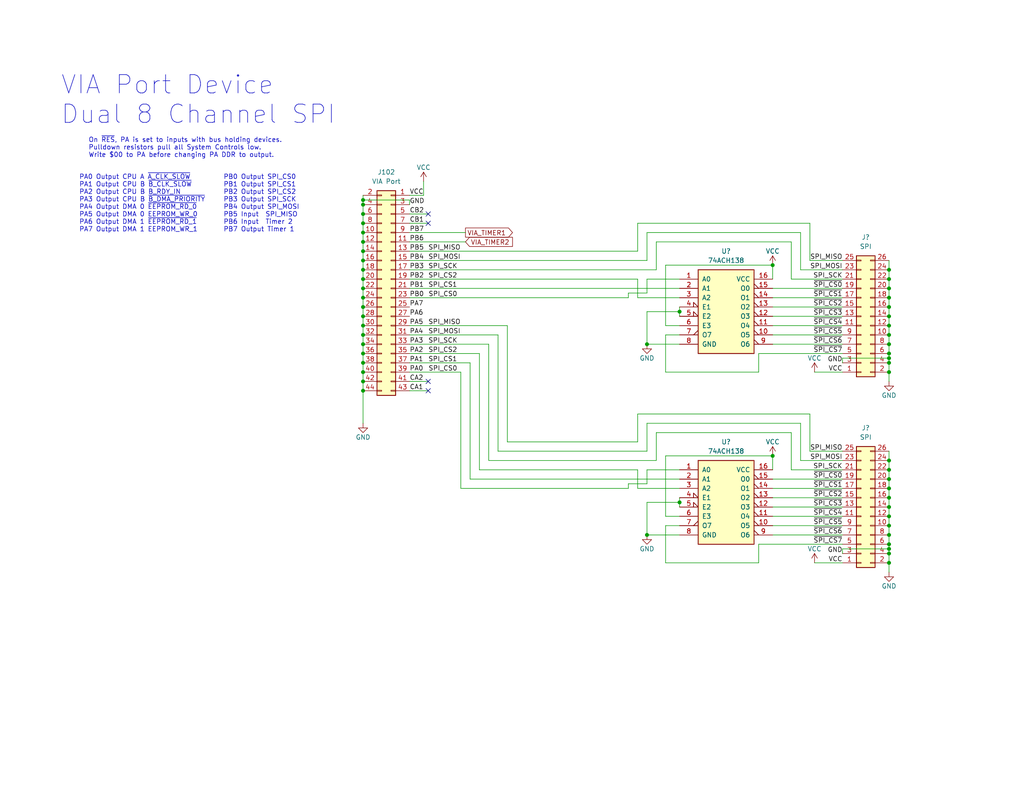
<source format=kicad_sch>
(kicad_sch (version 20230121) (generator eeschema)
  (paper "A")
  (lib_symbols
    (symbol "Connector_Generic:Conn_02x13_Odd_Even" (pin_names (offset 1.016) hide)
      (property "Reference" "J" (at 1.27 17.78 0))
      (property "Value" "Conn_02x13_Odd_Even" (at 1.27 -17.78 0))
      (symbol "Conn_02x13_Odd_Even_1_1"
        (rectangle (start -1.27 -15.113) (end 0 -15.367) (stroke (width 0.1524)))
        (rectangle (start -1.27 -12.573) (end 0 -12.827) (stroke (width 0.1524)))
        (rectangle (start -1.27 -10.033) (end 0 -10.287) (stroke (width 0.1524)))
        (rectangle (start -1.27 -7.493) (end 0 -7.747) (stroke (width 0.1524)))
        (rectangle (start -1.27 -4.953) (end 0 -5.207) (stroke (width 0.1524)))
        (rectangle (start -1.27 -2.413) (end 0 -2.667) (stroke (width 0.1524)))
        (rectangle (start -1.27 0.127) (end 0 -0.127) (stroke (width 0.1524)))
        (rectangle (start -1.27 2.667) (end 0 2.413) (stroke (width 0.1524)))
        (rectangle (start -1.27 5.207) (end 0 4.953) (stroke (width 0.1524)))
        (rectangle (start -1.27 7.747) (end 0 7.493) (stroke (width 0.1524)))
        (rectangle (start -1.27 10.287) (end 0 10.033) (stroke (width 0.1524)))
        (rectangle (start -1.27 12.827) (end 0 12.573) (stroke (width 0.1524)))
        (rectangle (start -1.27 15.367) (end 0 15.113) (stroke (width 0.1524)))
        (rectangle (start -1.27 16.51) (end 3.81 -16.51) (stroke (width 0.254)) (fill (type background)))
        (rectangle (start 3.81 -15.113) (end 2.54 -15.367) (stroke (width 0.1524)))
        (rectangle (start 3.81 -12.573) (end 2.54 -12.827) (stroke (width 0.1524)))
        (rectangle (start 3.81 -10.033) (end 2.54 -10.287) (stroke (width 0.1524)))
        (rectangle (start 3.81 -7.493) (end 2.54 -7.747) (stroke (width 0.1524)))
        (rectangle (start 3.81 -4.953) (end 2.54 -5.207) (stroke (width 0.1524)))
        (rectangle (start 3.81 -2.413) (end 2.54 -2.667) (stroke (width 0.1524)))
        (rectangle (start 3.81 0.127) (end 2.54 -0.127) (stroke (width 0.1524)))
        (rectangle (start 3.81 2.667) (end 2.54 2.413) (stroke (width 0.1524)))
        (rectangle (start 3.81 5.207) (end 2.54 4.953) (stroke (width 0.1524)))
        (rectangle (start 3.81 7.747) (end 2.54 7.493) (stroke (width 0.1524)))
        (rectangle (start 3.81 10.287) (end 2.54 10.033) (stroke (width 0.1524)))
        (rectangle (start 3.81 12.827) (end 2.54 12.573) (stroke (width 0.1524)))
        (rectangle (start 3.81 15.367) (end 2.54 15.113) (stroke (width 0.1524)))
        (pin passive line (at -5.08 15.24 0) (length 3.81) (name "Pin_1") (number "1"))
        (pin passive line (at 7.62 5.08 180) (length 3.81) (name "Pin_10") (number "10"))
        (pin passive line (at -5.08 2.54 0) (length 3.81) (name "Pin_11") (number "11"))
        (pin passive line (at 7.62 2.54 180) (length 3.81) (name "Pin_12") (number "12"))
        (pin passive line (at -5.08 0 0) (length 3.81) (name "Pin_13") (number "13"))
        (pin passive line (at 7.62 0 180) (length 3.81) (name "Pin_14") (number "14"))
        (pin passive line (at -5.08 -2.54 0) (length 3.81) (name "Pin_15") (number "15"))
        (pin passive line (at 7.62 -2.54 180) (length 3.81) (name "Pin_16") (number "16"))
        (pin passive line (at -5.08 -5.08 0) (length 3.81) (name "Pin_17") (number "17"))
        (pin passive line (at 7.62 -5.08 180) (length 3.81) (name "Pin_18") (number "18"))
        (pin passive line (at -5.08 -7.62 0) (length 3.81) (name "Pin_19") (number "19"))
        (pin passive line (at 7.62 15.24 180) (length 3.81) (name "Pin_2") (number "2"))
        (pin passive line (at 7.62 -7.62 180) (length 3.81) (name "Pin_20") (number "20"))
        (pin passive line (at -5.08 -10.16 0) (length 3.81) (name "Pin_21") (number "21"))
        (pin passive line (at 7.62 -10.16 180) (length 3.81) (name "Pin_22") (number "22"))
        (pin passive line (at -5.08 -12.7 0) (length 3.81) (name "Pin_23") (number "23"))
        (pin passive line (at 7.62 -12.7 180) (length 3.81) (name "Pin_24") (number "24"))
        (pin passive line (at -5.08 -15.24 0) (length 3.81) (name "Pin_25") (number "25"))
        (pin passive line (at 7.62 -15.24 180) (length 3.81) (name "Pin_26") (number "26"))
        (pin passive line (at -5.08 12.7 0) (length 3.81) (name "Pin_3") (number "3"))
        (pin passive line (at 7.62 12.7 180) (length 3.81) (name "Pin_4") (number "4"))
        (pin passive line (at -5.08 10.16 0) (length 3.81) (name "Pin_5") (number "5"))
        (pin passive line (at 7.62 10.16 180) (length 3.81) (name "Pin_6") (number "6"))
        (pin passive line (at -5.08 7.62 0) (length 3.81) (name "Pin_7") (number "7"))
        (pin passive line (at 7.62 7.62 180) (length 3.81) (name "Pin_8") (number "8"))
        (pin passive line (at -5.08 5.08 0) (length 3.81) (name "Pin_9") (number "9"))
      )
    )
    (symbol "Connector_Generic:Conn_02x22_Odd_Even" (pin_names (offset 1.016) hide)
      (property "Reference" "J" (at 1.27 27.94 0))
      (property "Value" "Conn_02x22_Odd_Even" (at 1.27 -30.48 0))
      (symbol "Conn_02x22_Odd_Even_1_1"
        (rectangle (start -1.27 -27.813) (end 0 -28.067) (stroke (width 0.1524)))
        (rectangle (start -1.27 -25.273) (end 0 -25.527) (stroke (width 0.1524)))
        (rectangle (start -1.27 -22.733) (end 0 -22.987) (stroke (width 0.1524)))
        (rectangle (start -1.27 -20.193) (end 0 -20.447) (stroke (width 0.1524)))
        (rectangle (start -1.27 -17.653) (end 0 -17.907) (stroke (width 0.1524)))
        (rectangle (start -1.27 -15.113) (end 0 -15.367) (stroke (width 0.1524)))
        (rectangle (start -1.27 -12.573) (end 0 -12.827) (stroke (width 0.1524)))
        (rectangle (start -1.27 -10.033) (end 0 -10.287) (stroke (width 0.1524)))
        (rectangle (start -1.27 -7.493) (end 0 -7.747) (stroke (width 0.1524)))
        (rectangle (start -1.27 -4.953) (end 0 -5.207) (stroke (width 0.1524)))
        (rectangle (start -1.27 -2.413) (end 0 -2.667) (stroke (width 0.1524)))
        (rectangle (start -1.27 0.127) (end 0 -0.127) (stroke (width 0.1524)))
        (rectangle (start -1.27 2.667) (end 0 2.413) (stroke (width 0.1524)))
        (rectangle (start -1.27 5.207) (end 0 4.953) (stroke (width 0.1524)))
        (rectangle (start -1.27 7.747) (end 0 7.493) (stroke (width 0.1524)))
        (rectangle (start -1.27 10.287) (end 0 10.033) (stroke (width 0.1524)))
        (rectangle (start -1.27 12.827) (end 0 12.573) (stroke (width 0.1524)))
        (rectangle (start -1.27 15.367) (end 0 15.113) (stroke (width 0.1524)))
        (rectangle (start -1.27 17.907) (end 0 17.653) (stroke (width 0.1524)))
        (rectangle (start -1.27 20.447) (end 0 20.193) (stroke (width 0.1524)))
        (rectangle (start -1.27 22.987) (end 0 22.733) (stroke (width 0.1524)))
        (rectangle (start -1.27 25.527) (end 0 25.273) (stroke (width 0.1524)))
        (rectangle (start -1.27 26.67) (end 3.81 -29.21) (stroke (width 0.254)) (fill (type background)))
        (rectangle (start 3.81 -27.813) (end 2.54 -28.067) (stroke (width 0.1524)))
        (rectangle (start 3.81 -25.273) (end 2.54 -25.527) (stroke (width 0.1524)))
        (rectangle (start 3.81 -22.733) (end 2.54 -22.987) (stroke (width 0.1524)))
        (rectangle (start 3.81 -20.193) (end 2.54 -20.447) (stroke (width 0.1524)))
        (rectangle (start 3.81 -17.653) (end 2.54 -17.907) (stroke (width 0.1524)))
        (rectangle (start 3.81 -15.113) (end 2.54 -15.367) (stroke (width 0.1524)))
        (rectangle (start 3.81 -12.573) (end 2.54 -12.827) (stroke (width 0.1524)))
        (rectangle (start 3.81 -10.033) (end 2.54 -10.287) (stroke (width 0.1524)))
        (rectangle (start 3.81 -7.493) (end 2.54 -7.747) (stroke (width 0.1524)))
        (rectangle (start 3.81 -4.953) (end 2.54 -5.207) (stroke (width 0.1524)))
        (rectangle (start 3.81 -2.413) (end 2.54 -2.667) (stroke (width 0.1524)))
        (rectangle (start 3.81 0.127) (end 2.54 -0.127) (stroke (width 0.1524)))
        (rectangle (start 3.81 2.667) (end 2.54 2.413) (stroke (width 0.1524)))
        (rectangle (start 3.81 5.207) (end 2.54 4.953) (stroke (width 0.1524)))
        (rectangle (start 3.81 7.747) (end 2.54 7.493) (stroke (width 0.1524)))
        (rectangle (start 3.81 10.287) (end 2.54 10.033) (stroke (width 0.1524)))
        (rectangle (start 3.81 12.827) (end 2.54 12.573) (stroke (width 0.1524)))
        (rectangle (start 3.81 15.367) (end 2.54 15.113) (stroke (width 0.1524)))
        (rectangle (start 3.81 17.907) (end 2.54 17.653) (stroke (width 0.1524)))
        (rectangle (start 3.81 20.447) (end 2.54 20.193) (stroke (width 0.1524)))
        (rectangle (start 3.81 22.987) (end 2.54 22.733) (stroke (width 0.1524)))
        (rectangle (start 3.81 25.527) (end 2.54 25.273) (stroke (width 0.1524)))
        (pin passive line (at -5.08 25.4 0) (length 3.81) (name "Pin_1") (number "1"))
        (pin passive line (at 7.62 15.24 180) (length 3.81) (name "Pin_10") (number "10"))
        (pin passive line (at -5.08 12.7 0) (length 3.81) (name "Pin_11") (number "11"))
        (pin passive line (at 7.62 12.7 180) (length 3.81) (name "Pin_12") (number "12"))
        (pin passive line (at -5.08 10.16 0) (length 3.81) (name "Pin_13") (number "13"))
        (pin passive line (at 7.62 10.16 180) (length 3.81) (name "Pin_14") (number "14"))
        (pin passive line (at -5.08 7.62 0) (length 3.81) (name "Pin_15") (number "15"))
        (pin passive line (at 7.62 7.62 180) (length 3.81) (name "Pin_16") (number "16"))
        (pin passive line (at -5.08 5.08 0) (length 3.81) (name "Pin_17") (number "17"))
        (pin passive line (at 7.62 5.08 180) (length 3.81) (name "Pin_18") (number "18"))
        (pin passive line (at -5.08 2.54 0) (length 3.81) (name "Pin_19") (number "19"))
        (pin passive line (at 7.62 25.4 180) (length 3.81) (name "Pin_2") (number "2"))
        (pin passive line (at 7.62 2.54 180) (length 3.81) (name "Pin_20") (number "20"))
        (pin passive line (at -5.08 0 0) (length 3.81) (name "Pin_21") (number "21"))
        (pin passive line (at 7.62 0 180) (length 3.81) (name "Pin_22") (number "22"))
        (pin passive line (at -5.08 -2.54 0) (length 3.81) (name "Pin_23") (number "23"))
        (pin passive line (at 7.62 -2.54 180) (length 3.81) (name "Pin_24") (number "24"))
        (pin passive line (at -5.08 -5.08 0) (length 3.81) (name "Pin_25") (number "25"))
        (pin passive line (at 7.62 -5.08 180) (length 3.81) (name "Pin_26") (number "26"))
        (pin passive line (at -5.08 -7.62 0) (length 3.81) (name "Pin_27") (number "27"))
        (pin passive line (at 7.62 -7.62 180) (length 3.81) (name "Pin_28") (number "28"))
        (pin passive line (at -5.08 -10.16 0) (length 3.81) (name "Pin_29") (number "29"))
        (pin passive line (at -5.08 22.86 0) (length 3.81) (name "Pin_3") (number "3"))
        (pin passive line (at 7.62 -10.16 180) (length 3.81) (name "Pin_30") (number "30"))
        (pin passive line (at -5.08 -12.7 0) (length 3.81) (name "Pin_31") (number "31"))
        (pin passive line (at 7.62 -12.7 180) (length 3.81) (name "Pin_32") (number "32"))
        (pin passive line (at -5.08 -15.24 0) (length 3.81) (name "Pin_33") (number "33"))
        (pin passive line (at 7.62 -15.24 180) (length 3.81) (name "Pin_34") (number "34"))
        (pin passive line (at -5.08 -17.78 0) (length 3.81) (name "Pin_35") (number "35"))
        (pin passive line (at 7.62 -17.78 180) (length 3.81) (name "Pin_36") (number "36"))
        (pin passive line (at -5.08 -20.32 0) (length 3.81) (name "Pin_37") (number "37"))
        (pin passive line (at 7.62 -20.32 180) (length 3.81) (name "Pin_38") (number "38"))
        (pin passive line (at -5.08 -22.86 0) (length 3.81) (name "Pin_39") (number "39"))
        (pin passive line (at 7.62 22.86 180) (length 3.81) (name "Pin_4") (number "4"))
        (pin passive line (at 7.62 -22.86 180) (length 3.81) (name "Pin_40") (number "40"))
        (pin passive line (at -5.08 -25.4 0) (length 3.81) (name "Pin_41") (number "41"))
        (pin passive line (at 7.62 -25.4 180) (length 3.81) (name "Pin_42") (number "42"))
        (pin passive line (at -5.08 -27.94 0) (length 3.81) (name "Pin_43") (number "43"))
        (pin passive line (at 7.62 -27.94 180) (length 3.81) (name "Pin_44") (number "44"))
        (pin passive line (at -5.08 20.32 0) (length 3.81) (name "Pin_5") (number "5"))
        (pin passive line (at 7.62 20.32 180) (length 3.81) (name "Pin_6") (number "6"))
        (pin passive line (at -5.08 17.78 0) (length 3.81) (name "Pin_7") (number "7"))
        (pin passive line (at 7.62 17.78 180) (length 3.81) (name "Pin_8") (number "8"))
        (pin passive line (at -5.08 15.24 0) (length 3.81) (name "Pin_9") (number "9"))
      )
    )
    (symbol "GND_2" (power) (pin_names (offset 0))
      (property "Value" "GND_2" (at 0 -3.81 0))
      (symbol "GND_2_0_1"
        (polyline (pts (xy 0 0) (xy 0 -1.27) (xy 1.27 -1.27) (xy 0 -2.54) (xy -1.27 -1.27) (xy 0 -1.27)))
      )
      (symbol "GND_2_1_1"
        (pin power_in line (at 0 0 270) (length 0) hide (name "GND") (number "1"))
      )
    )
    (symbol "Vega816:74ACH138" (pin_names (offset 1.016))
      (property "Reference" "U" (at -1.27 0 0))
      (property "Value" "74ACH138" (at 0 8.89 0))
      (symbol "74ACH138_1_0"
        (pin input line (at -12.7 7.62 0) (length 5.08) (name "A0") (number "1"))
        (pin output output_low (at 12.7 -7.62 180) (length 5.08) (name "O5") (number "10"))
        (pin output output_low (at 12.7 -5.08 180) (length 5.08) (name "O4") (number "11"))
        (pin output output_low (at 12.7 -2.54 180) (length 5.08) (name "O3") (number "12"))
        (pin output output_low (at 12.7 0 180) (length 5.08) (name "O2") (number "13"))
        (pin output output_low (at 12.7 2.54 180) (length 5.08) (name "O1") (number "14"))
        (pin output output_low (at 12.7 5.08 180) (length 5.08) (name "O0") (number "15"))
        (pin power_in line (at 12.7 7.62 180) (length 5.08) (name "VCC") (number "16"))
        (pin input line (at -12.7 5.08 0) (length 5.08) (name "A1") (number "2"))
        (pin input line (at -12.7 2.54 0) (length 5.08) (name "A2") (number "3"))
        (pin input input_low (at -12.7 0 0) (length 5.08) (name "E1") (number "4"))
        (pin input input_low (at -12.7 -2.54 0) (length 5.08) (name "E2") (number "5"))
        (pin input line (at -12.7 -5.08 0) (length 5.08) (name "E3") (number "6"))
        (pin output output_low (at -12.7 -7.62 0) (length 5.08) (name "O7") (number "7"))
        (pin power_in line (at -12.7 -10.16 0) (length 5.08) (name "GND") (number "8"))
        (pin output output_low (at 12.7 -10.16 180) (length 5.08) (name "O6") (number "9"))
      )
      (symbol "74ACH138_1_1"
        (rectangle (start -7.62 10.16) (end 7.62 -12.7) (stroke (width 0.254)) (fill (type background)))
      )
    )
    (symbol "power:VCC" (power) (pin_names (offset 0))
      (property "Value" "VCC" (at 0 3.81 0))
      (symbol "VCC_0_1"
        (polyline (pts (xy -0.762 1.27) (xy 0 2.54)))
        (polyline (pts (xy 0 0) (xy 0 2.54)))
        (polyline (pts (xy 0 2.54) (xy 0.762 1.27)))
      )
      (symbol "VCC_1_1"
        (pin power_in line (at 0 0 90) (length 0) hide (name "VCC") (number "1"))
      )
    )
  )
  (junction (at 242.57 73.66))
  (junction (at 99.06 91.44))
  (junction (at 99.06 99.06))
  (junction (at 99.06 104.14))
  (junction (at 242.57 96.52))
  (junction (at 99.06 58.42))
  (junction (at 99.06 88.9))
  (junction (at 242.57 83.82))
  (junction (at 185.42 137.16))
  (junction (at 185.42 85.09))
  (junction (at 242.57 91.44))
  (junction (at 242.57 78.74))
  (junction (at 99.06 83.82))
  (junction (at 242.57 151.13))
  (junction (at 99.06 78.74))
  (junction (at 242.57 138.43))
  (junction (at 242.57 125.73))
  (junction (at 99.06 86.36))
  (junction (at 99.06 71.12))
  (junction (at 99.06 73.66))
  (junction (at 242.57 153.67))
  (junction (at 176.53 93.98))
  (junction (at 242.57 93.98))
  (junction (at 242.57 133.35))
  (junction (at 210.82 72.39))
  (junction (at 242.57 130.81))
  (junction (at 99.06 55.88))
  (junction (at 99.06 96.52))
  (junction (at 242.57 76.2))
  (junction (at 99.06 66.04))
  (junction (at 242.57 88.9))
  (junction (at 242.57 143.51))
  (junction (at 242.57 148.59))
  (junction (at 99.06 101.6))
  (junction (at 176.53 146.05))
  (junction (at 242.57 149.86))
  (junction (at 99.06 81.28))
  (junction (at 242.57 101.6))
  (junction (at 242.57 140.97))
  (junction (at 242.57 146.05))
  (junction (at 99.06 76.2))
  (junction (at 99.06 68.58))
  (junction (at 99.06 63.5))
  (junction (at 210.82 124.46))
  (junction (at 99.06 106.68))
  (junction (at 242.57 135.89))
  (junction (at 242.57 97.79))
  (junction (at 242.57 99.06))
  (junction (at 242.57 128.27))
  (junction (at 99.06 54.61))
  (junction (at 242.57 81.28))
  (junction (at 242.57 86.36))
  (junction (at 99.06 60.96))
  (junction (at 99.06 93.98))
  (no_connect (at 116.84 104.14))
  (no_connect (at 116.84 106.68))
  (no_connect (at 116.84 58.42))
  (no_connect (at 116.84 60.96))
  (wire (pts (xy 99.06 58.42) (xy 99.06 60.96)))
  (wire (pts (xy 242.57 88.9) (xy 242.57 91.44)))
  (wire (pts (xy 242.57 93.98) (xy 242.57 96.52)))
  (wire (pts (xy 181.61 124.46) (xy 210.82 124.46)))
  (wire (pts (xy 111.76 101.6) (xy 125.73 101.6)))
  (wire (pts (xy 242.57 96.52) (xy 242.57 97.79)))
  (wire (pts (xy 242.57 97.79) (xy 242.57 99.06)))
  (wire (pts (xy 210.82 93.98) (xy 229.87 93.98)))
  (wire (pts (xy 181.61 91.44) (xy 181.61 101.6)))
  (wire (pts (xy 210.82 86.36) (xy 229.87 86.36)))
  (wire (pts (xy 181.61 143.51) (xy 181.61 153.67)))
  (wire (pts (xy 185.42 140.97) (xy 181.61 140.97)))
  (wire (pts (xy 138.43 120.65) (xy 173.99 120.65)))
  (wire (pts (xy 179.07 118.11) (xy 179.07 125.73)))
  (wire (pts (xy 111.76 68.58) (xy 173.99 68.58)))
  (wire (pts (xy 242.57 138.43) (xy 242.57 140.97)))
  (wire (pts (xy 179.07 73.66) (xy 111.76 73.66)))
  (wire (pts (xy 242.57 143.51) (xy 242.57 146.05)))
  (wire (pts (xy 111.76 99.06) (xy 128.27 99.06)))
  (wire (pts (xy 242.57 76.2) (xy 242.57 78.74)))
  (wire (pts (xy 176.53 132.08) (xy 171.45 132.08)))
  (wire (pts (xy 242.57 78.74) (xy 242.57 81.28)))
  (wire (pts (xy 242.57 99.06) (xy 242.57 101.6)))
  (wire (pts (xy 210.82 124.46) (xy 210.82 128.27)))
  (wire (pts (xy 99.06 60.96) (xy 99.06 63.5)))
  (wire (pts (xy 242.57 91.44) (xy 242.57 93.98)))
  (wire (pts (xy 111.76 78.74) (xy 185.42 78.74)))
  (wire (pts (xy 111.76 66.04) (xy 127 66.04)))
  (wire (pts (xy 185.42 83.82) (xy 185.42 85.09)))
  (wire (pts (xy 111.76 93.98) (xy 133.35 93.98)))
  (wire (pts (xy 218.44 125.73) (xy 218.44 115.57)))
  (wire (pts (xy 220.98 60.96) (xy 173.99 60.96)))
  (wire (pts (xy 173.99 76.2) (xy 111.76 76.2)))
  (wire (pts (xy 171.45 132.08) (xy 171.45 133.35)))
  (wire (pts (xy 111.76 88.9) (xy 138.43 88.9)))
  (wire (pts (xy 242.57 133.35) (xy 242.57 135.89)))
  (wire (pts (xy 128.27 99.06) (xy 128.27 130.81)))
  (wire (pts (xy 242.57 101.6) (xy 242.57 104.14)))
  (wire (pts (xy 185.42 76.2) (xy 176.53 76.2)))
  (wire (pts (xy 133.35 93.98) (xy 133.35 125.73)))
  (wire (pts (xy 210.82 133.35) (xy 229.87 133.35)))
  (wire (pts (xy 185.42 93.98) (xy 176.53 93.98)))
  (wire (pts (xy 229.87 99.06) (xy 229.87 97.79)))
  (wire (pts (xy 242.57 83.82) (xy 242.57 86.36)))
  (wire (pts (xy 111.76 55.88) (xy 111.76 54.61)))
  (wire (pts (xy 215.9 76.2) (xy 215.9 66.04)))
  (wire (pts (xy 99.06 81.28) (xy 99.06 83.82)))
  (wire (pts (xy 111.76 63.5) (xy 127 63.5)))
  (wire (pts (xy 210.82 140.97) (xy 229.87 140.97)))
  (wire (pts (xy 185.42 146.05) (xy 176.53 146.05)))
  (wire (pts (xy 171.45 81.28) (xy 111.76 81.28)))
  (wire (pts (xy 176.53 93.98) (xy 176.53 85.09)))
  (wire (pts (xy 173.99 60.96) (xy 173.99 68.58)))
  (wire (pts (xy 176.53 123.19) (xy 135.89 123.19)))
  (wire (pts (xy 173.99 81.28) (xy 173.99 76.2)))
  (wire (pts (xy 99.06 104.14) (xy 99.06 106.68)))
  (wire (pts (xy 181.61 140.97) (xy 181.61 124.46)))
  (wire (pts (xy 99.06 91.44) (xy 99.06 93.98)))
  (wire (pts (xy 185.42 137.16) (xy 185.42 138.43)))
  (wire (pts (xy 171.45 133.35) (xy 125.73 133.35)))
  (wire (pts (xy 176.53 137.16) (xy 185.42 137.16)))
  (wire (pts (xy 99.06 53.34) (xy 99.06 54.61)))
  (wire (pts (xy 176.53 80.01) (xy 171.45 80.01)))
  (wire (pts (xy 220.98 113.03) (xy 173.99 113.03)))
  (wire (pts (xy 99.06 86.36) (xy 99.06 88.9)))
  (wire (pts (xy 173.99 128.27) (xy 130.81 128.27)))
  (wire (pts (xy 185.42 143.51) (xy 181.61 143.51)))
  (wire (pts (xy 99.06 73.66) (xy 99.06 76.2)))
  (wire (pts (xy 242.57 153.67) (xy 242.57 156.21)))
  (wire (pts (xy 116.84 58.42) (xy 111.76 58.42)))
  (wire (pts (xy 242.57 149.86) (xy 242.57 151.13)))
  (wire (pts (xy 210.82 146.05) (xy 229.87 146.05)))
  (wire (pts (xy 99.06 99.06) (xy 99.06 101.6)))
  (wire (pts (xy 176.53 115.57) (xy 176.53 123.19)))
  (wire (pts (xy 215.9 128.27) (xy 215.9 118.11)))
  (wire (pts (xy 242.57 123.19) (xy 242.57 125.73)))
  (wire (pts (xy 130.81 96.52) (xy 111.76 96.52)))
  (wire (pts (xy 185.42 88.9) (xy 181.61 88.9)))
  (wire (pts (xy 185.42 85.09) (xy 185.42 86.36)))
  (wire (pts (xy 229.87 151.13) (xy 229.87 149.86)))
  (wire (pts (xy 210.82 91.44) (xy 229.87 91.44)))
  (wire (pts (xy 179.07 66.04) (xy 179.07 73.66)))
  (wire (pts (xy 135.89 91.44) (xy 135.89 123.19)))
  (wire (pts (xy 176.53 76.2) (xy 176.53 80.01)))
  (wire (pts (xy 125.73 101.6) (xy 125.73 133.35)))
  (wire (pts (xy 99.06 68.58) (xy 99.06 71.12)))
  (wire (pts (xy 218.44 73.66) (xy 218.44 63.5)))
  (wire (pts (xy 242.57 146.05) (xy 242.57 148.59)))
  (wire (pts (xy 215.9 118.11) (xy 179.07 118.11)))
  (wire (pts (xy 99.06 88.9) (xy 99.06 91.44)))
  (wire (pts (xy 115.57 53.34) (xy 111.76 53.34)))
  (wire (pts (xy 242.57 151.13) (xy 242.57 153.67)))
  (wire (pts (xy 181.61 88.9) (xy 181.61 72.39)))
  (wire (pts (xy 176.53 146.05) (xy 176.53 137.16)))
  (wire (pts (xy 242.57 86.36) (xy 242.57 88.9)))
  (wire (pts (xy 229.87 125.73) (xy 218.44 125.73)))
  (wire (pts (xy 128.27 130.81) (xy 185.42 130.81)))
  (wire (pts (xy 138.43 88.9) (xy 138.43 120.65)))
  (wire (pts (xy 99.06 66.04) (xy 99.06 68.58)))
  (wire (pts (xy 173.99 113.03) (xy 173.99 120.65)))
  (wire (pts (xy 222.25 101.6) (xy 229.87 101.6)))
  (wire (pts (xy 210.82 138.43) (xy 229.87 138.43)))
  (wire (pts (xy 229.87 76.2) (xy 215.9 76.2)))
  (wire (pts (xy 210.82 143.51) (xy 229.87 143.51)))
  (wire (pts (xy 210.82 81.28) (xy 229.87 81.28)))
  (wire (pts (xy 99.06 93.98) (xy 99.06 96.52)))
  (wire (pts (xy 111.76 54.61) (xy 99.06 54.61)))
  (wire (pts (xy 242.57 125.73) (xy 242.57 128.27)))
  (wire (pts (xy 185.42 128.27) (xy 176.53 128.27)))
  (wire (pts (xy 176.53 85.09) (xy 185.42 85.09)))
  (wire (pts (xy 242.57 71.12) (xy 242.57 73.66)))
  (wire (pts (xy 218.44 115.57) (xy 176.53 115.57)))
  (wire (pts (xy 181.61 153.67) (xy 207.01 153.67)))
  (wire (pts (xy 99.06 71.12) (xy 99.06 73.66)))
  (wire (pts (xy 210.82 130.81) (xy 229.87 130.81)))
  (wire (pts (xy 220.98 71.12) (xy 220.98 60.96)))
  (wire (pts (xy 111.76 91.44) (xy 135.89 91.44)))
  (wire (pts (xy 242.57 81.28) (xy 242.57 83.82)))
  (wire (pts (xy 229.87 73.66) (xy 218.44 73.66)))
  (wire (pts (xy 99.06 78.74) (xy 99.06 81.28)))
  (wire (pts (xy 218.44 63.5) (xy 176.53 63.5)))
  (wire (pts (xy 229.87 71.12) (xy 220.98 71.12)))
  (wire (pts (xy 176.53 63.5) (xy 176.53 71.12)))
  (wire (pts (xy 173.99 133.35) (xy 173.99 128.27)))
  (wire (pts (xy 99.06 54.61) (xy 99.06 55.88)))
  (wire (pts (xy 176.53 71.12) (xy 111.76 71.12)))
  (wire (pts (xy 215.9 66.04) (xy 179.07 66.04)))
  (wire (pts (xy 181.61 101.6) (xy 207.01 101.6)))
  (wire (pts (xy 242.57 128.27) (xy 242.57 130.81)))
  (wire (pts (xy 222.25 153.67) (xy 229.87 153.67)))
  (wire (pts (xy 116.84 60.96) (xy 111.76 60.96)))
  (wire (pts (xy 207.01 96.52) (xy 229.87 96.52)))
  (wire (pts (xy 220.98 123.19) (xy 220.98 113.03)))
  (wire (pts (xy 242.57 140.97) (xy 242.57 143.51)))
  (wire (pts (xy 99.06 83.82) (xy 99.06 86.36)))
  (wire (pts (xy 242.57 73.66) (xy 242.57 76.2)))
  (wire (pts (xy 210.82 83.82) (xy 229.87 83.82)))
  (wire (pts (xy 99.06 101.6) (xy 99.06 104.14)))
  (wire (pts (xy 210.82 88.9) (xy 229.87 88.9)))
  (wire (pts (xy 242.57 148.59) (xy 242.57 149.86)))
  (wire (pts (xy 116.84 106.68) (xy 111.76 106.68)))
  (wire (pts (xy 176.53 128.27) (xy 176.53 132.08)))
  (wire (pts (xy 185.42 135.89) (xy 185.42 137.16)))
  (wire (pts (xy 207.01 153.67) (xy 207.01 148.59)))
  (wire (pts (xy 99.06 96.52) (xy 99.06 99.06)))
  (wire (pts (xy 210.82 72.39) (xy 210.82 76.2)))
  (wire (pts (xy 229.87 128.27) (xy 215.9 128.27)))
  (wire (pts (xy 99.06 106.68) (xy 99.06 115.57)))
  (wire (pts (xy 185.42 91.44) (xy 181.61 91.44)))
  (wire (pts (xy 229.87 97.79) (xy 242.57 97.79)))
  (wire (pts (xy 207.01 101.6) (xy 207.01 96.52)))
  (wire (pts (xy 210.82 135.89) (xy 229.87 135.89)))
  (wire (pts (xy 229.87 149.86) (xy 242.57 149.86)))
  (wire (pts (xy 185.42 133.35) (xy 173.99 133.35)))
  (wire (pts (xy 242.57 130.81) (xy 242.57 133.35)))
  (wire (pts (xy 99.06 76.2) (xy 99.06 78.74)))
  (wire (pts (xy 242.57 135.89) (xy 242.57 138.43)))
  (wire (pts (xy 116.84 104.14) (xy 111.76 104.14)))
  (wire (pts (xy 179.07 125.73) (xy 133.35 125.73)))
  (wire (pts (xy 99.06 63.5) (xy 99.06 66.04)))
  (wire (pts (xy 229.87 123.19) (xy 220.98 123.19)))
  (wire (pts (xy 171.45 80.01) (xy 171.45 81.28)))
  (wire (pts (xy 207.01 148.59) (xy 229.87 148.59)))
  (wire (pts (xy 210.82 78.74) (xy 229.87 78.74)))
  (wire (pts (xy 130.81 96.52) (xy 130.81 128.27)))
  (wire (pts (xy 115.57 49.53) (xy 115.57 53.34)))
  (wire (pts (xy 185.42 81.28) (xy 173.99 81.28)))
  (wire (pts (xy 181.61 72.39) (xy 210.82 72.39)))
  (wire (pts (xy 99.06 55.88) (xy 99.06 58.42)))
  (text "PB0 Output SPI_CS0\nPB1 Output SPI_CS1\nPB2 Output SPI_CS2\nPB3 Output SPI_SCK\nPB4 Output SPI_MOSI\nPB5 Input  SPI_MISO\nPB6 Input  Timer 2\nPB7 Output Timer 1\n" (at 60.96 63.5 0) (effects (font (size 1.27 1.27)) (justify left bottom)))
  (text "PA0 Output CPU A ~{A_CLK_SLOW} \nPA1 Output CPU B ~{B_CLK_SLOW} \nPA2 Output CPU B B_RDY_IN\nPA3 Output CPU B ~{B_DMA_PRIORITY}\nPA4 Output DMA 0 ~{EEPROM_RD_0}\nPA5 Output DMA 0 EEPROM_WR_0\nPA6 Output DMA 1 ~{EEPROM_RD_1}\nPA7 Output DMA 1 EEPROM_WR_1\n" (at 21.59 63.5 0) (effects (font (size 1.27 1.27)) (justify left bottom)))
  (text "VIA Port Device\nDual 8 Channel SPI" (at 16.51 34.29 0) (effects (font (size 5 5)) (justify left bottom)))
  (text "On ~{RES}, PA is set to inputs with bus holding devices.\nPulldown resistors pull all System Controls low.\nWrite $00 to PA before changing PA DDR to output." (at 24.13 43.18 0) (effects (font (size 1.27 1.27)) (justify left bottom)))
  (label "VCC" (at 229.87 153.67 180))
  (label "SPI_SCK" (at 229.87 76.2 180))
  (label "PB0" (at 111.76 81.28 0))
  (label "SPI_CS1" (at 116.84 78.74 0))
  (label "SPI_MOSI" (at 116.84 71.12 0))
  (label "CB2" (at 111.76 58.42 0))
  (label "~{SPI_CS2}" (at 229.87 135.89 180))
  (label "~{SPI_CS2}" (at 229.87 83.82 180))
  (label "~{SPI_CS3}" (at 229.87 138.43 180))
  (label "SPI_MOSI" (at 116.84 91.44 0))
  (label "CA1" (at 111.76 106.68 0))
  (label "~{SPI_CS1}" (at 229.87 133.35 180))
  (label "~{SPI_CS5}" (at 229.87 143.51 180))
  (label "SPI_MISO" (at 229.87 71.12 180))
  (label "GND" (at 111.76 55.88 0))
  (label "~{SPI_CS6}" (at 229.87 146.05 180))
  (label "SPI_SCK" (at 116.84 73.66 0))
  (label "PB6" (at 111.76 66.04 0))
  (label "~{SPI_CS0}" (at 229.87 78.74 180))
  (label "~{SPI_CS0}" (at 229.87 130.81 180))
  (label "SPI_CS2" (at 116.84 76.2 0))
  (label "PA4" (at 111.76 91.44 0))
  (label "~{SPI_CS6}" (at 229.87 93.98 180))
  (label "PB1" (at 111.76 78.74 0))
  (label "VCC" (at 229.87 101.6 180))
  (label "PA5" (at 111.76 88.9 0))
  (label "PA1" (at 111.76 99.06 0))
  (label "~{SPI_CS5}" (at 229.87 91.44 180))
  (label "PA3" (at 111.76 93.98 0))
  (label "SPI_CS1" (at 116.84 99.06 0))
  (label "PA7" (at 111.76 83.82 0))
  (label "~{SPI_CS7}" (at 229.87 148.59 180))
  (label "SPI_CS2" (at 116.84 96.52 0))
  (label "~{SPI_CS4}" (at 229.87 88.9 180))
  (label "SPI_MOSI" (at 229.87 73.66 180))
  (label "VCC" (at 111.76 53.34 0))
  (label "~{SPI_CS4}" (at 229.87 140.97 180))
  (label "SPI_CS0" (at 116.8753 81.28 0))
  (label "SPI_MOSI" (at 229.87 125.73 180))
  (label "SPI_SCK" (at 229.87 128.27 180))
  (label "GND" (at 229.87 99.06 180))
  (label "PB3" (at 111.76 73.66 0))
  (label "CB1" (at 111.76 60.96 0))
  (label "SPI_CS0" (at 116.8753 101.6 0))
  (label "~{SPI_CS7}" (at 229.87 96.52 180))
  (label "SPI_MISO" (at 229.87 123.19 180))
  (label "~{SPI_CS3}" (at 229.87 86.36 180))
  (label "SPI_SCK" (at 116.84 93.98 0))
  (label "PA0" (at 111.76 101.6 0))
  (label "PA2" (at 111.76 96.52 0))
  (label "GND" (at 229.87 151.13 180))
  (label "PB7" (at 111.76 63.5 0))
  (label "~{SPI_CS1}" (at 229.87 81.28 180))
  (label "PA6" (at 111.76 86.36 0))
  (label "CA2" (at 111.76 104.14 0))
  (label "PB2" (at 111.76 76.2 0))
  (label "PB5" (at 111.76 68.58 0))
  (label "SPI_MISO" (at 116.84 88.9 0))
  (label "SPI_MISO" (at 116.84 68.58 0))
  (label "PB4" (at 111.76 71.12 0))
  (global_label "VIA_TIMER2" (shape input) (at 127 66.04 0) (property "Intersheetrefs" "${INTERSHEET_REFS}" (effects hide)))
  (global_label "VIA_TIMER1" (shape output) (at 127 63.5 0) (property "Intersheetrefs" "${INTERSHEET_REFS}" (effects hide)))
  (symbol (lib_id "power:VCC") (at 115.57 49.53 0) (unit 1)
    (property "Reference" "#PWR0219" (effects hide))
    (property "Value" "VCC" (at 115.57 45.72 0))
  )
  (symbol (lib_name "GND_2") (lib_id "power:GND") (at 176.53 146.05 0) (unit 1)
    (property "Reference" "#PWR?" (effects hide))
    (property "Value" "GND" (at 176.53 149.86 0))
  )
  (symbol (lib_id "Vega816:74ACH138") (at 198.12 83.82 0) (unit 1)
    (property "Reference" "U?" (at 198.12 68.58 0))
    (property "Value" "74ACH138" (at 198.12 71.12 0))
    (property "Datasheet" "https://www.diodes.com/assets/Datasheets/74AHC138.pdf" (effects hide))
  )
  (symbol (lib_id "power:VCC") (at 210.82 124.46 0) (unit 1)
    (property "Reference" "#PWR?" (effects hide))
    (property "Value" "VCC" (at 210.82 120.65 0))
  )
  (symbol (lib_id "power:VCC") (at 210.82 72.39 0) (unit 1)
    (property "Reference" "#PWR?" (effects hide))
    (property "Value" "VCC" (at 210.82 68.58 0))
  )
  (symbol (lib_name "GND_2") (lib_id "power:GND") (at 176.53 93.98 0) (unit 1)
    (property "Reference" "#PWR?" (effects hide))
    (property "Value" "GND" (at 176.53 97.79 0))
  )
  (symbol (lib_name "GND_2") (lib_id "power:GND") (at 242.57 104.14 0) (unit 1)
    (property "Reference" "#PWR?" (effects hide))
    (property "Value" "GND" (at 242.57 107.95 0))
  )
  (symbol (lib_id "Connector_Generic:Conn_02x22_Odd_Even") (at 106.68 78.74 0) (mirror y) (unit 1)
    (property "Reference" "J102" (at 105.41 46.99 0))
    (property "Value" "VIA Port" (at 105.41 49.53 0))
  )
  (symbol (lib_name "GND_2") (lib_id "power:GND") (at 242.57 156.21 0) (unit 1)
    (property "Reference" "#PWR?" (effects hide))
    (property "Value" "GND" (at 242.57 160.02 0))
  )
  (symbol (lib_id "power:VCC") (at 222.25 153.67 0) (unit 1)
    (property "Reference" "#PWR?" (effects hide))
    (property "Value" "VCC" (at 222.25 149.86 0))
  )
  (symbol (lib_id "Connector_Generic:Conn_02x13_Odd_Even") (at 234.95 138.43 0) (mirror x) (unit 1)
    (property "Reference" "J?" (at 236.22 116.84 0))
    (property "Value" "SPI" (at 236.22 119.38 0))
  )
  (symbol (lib_id "Vega816:74ACH138") (at 198.12 135.89 0) (unit 1)
    (property "Reference" "U?" (at 198.12 120.65 0))
    (property "Value" "74ACH138" (at 198.12 123.19 0))
    (property "Datasheet" "https://www.diodes.com/assets/Datasheets/74AHC138.pdf" (effects hide))
  )
  (symbol (lib_id "power:VCC") (at 222.25 101.6 0) (unit 1)
    (property "Reference" "#PWR?" (effects hide))
    (property "Value" "VCC" (at 222.25 97.79 0))
  )
  (symbol (lib_id "Connector_Generic:Conn_02x13_Odd_Even") (at 234.95 86.36 0) (mirror x) (unit 1)
    (property "Reference" "J?" (at 236.22 64.77 0))
    (property "Value" "SPI" (at 236.22 67.31 0))
  )
  (symbol (lib_name "GND_2") (lib_id "power:GND") (at 99.06 115.57 0) (unit 1)
    (property "Reference" "#PWR0218" (effects hide))
    (property "Value" "GND" (at 99.06 119.38 0))
  )
)
</source>
